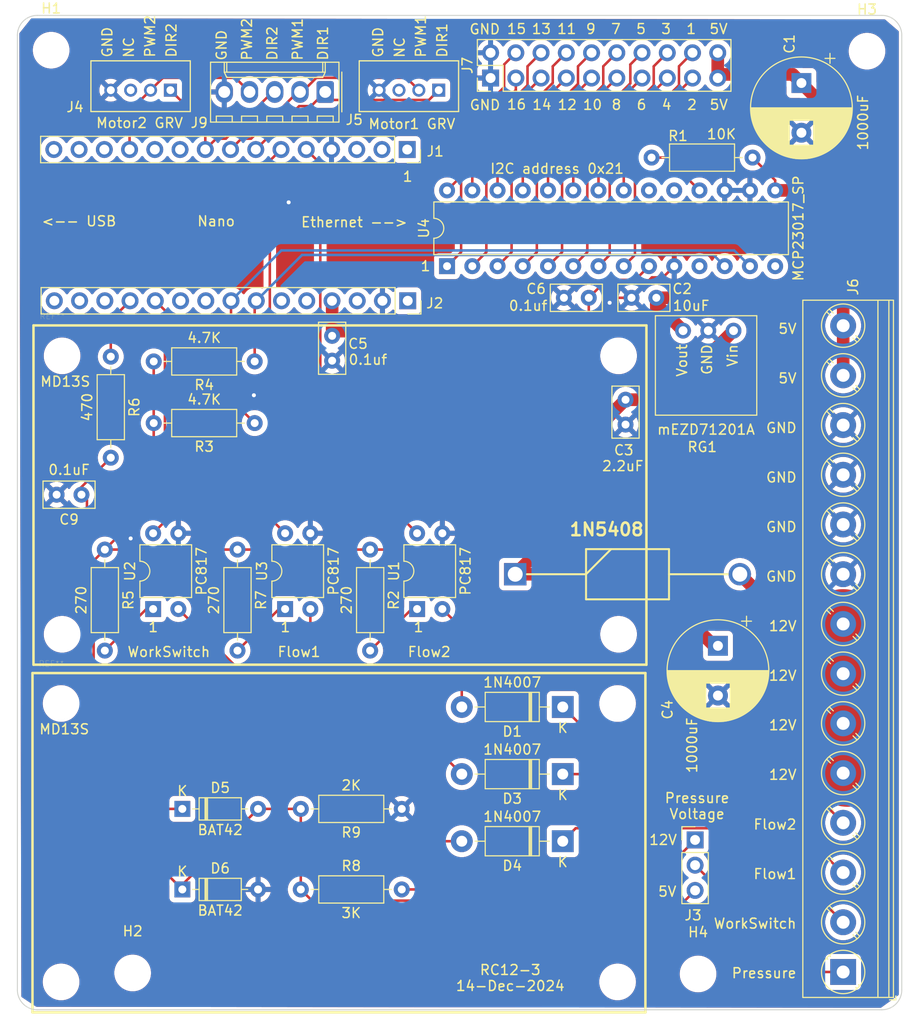
<source format=kicad_pcb>
(kicad_pcb (version 20241229) (generator "pcbnew") (generator_version "9.0")
  (title_block (title "RC12-3") (date "2024-12-11"))
  (layers (0 "F.Cu" signal) (2 "B.Cu" signal) (13 "F.Paste" user) (15 "B.Paste" user) (5 "F.SilkS" user "F.Silkscreen") (7 "B.SilkS" user "B.Silkscreen") (1 "F.Mask" user) (3 "B.Mask" user) (25 "Edge.Cuts" user))
  (net 0 "")
  (net 1 "GND")
  (net 2 "Net-(J1-Pin_7)")
  (net 3 "Net-(J1-Pin_8)")
  (net 4 "+5V")
  (net 5 "+12V")
  (net 9 "Net-(J1-Pin_9)")
  (net 10 "Flow Pin2")
  (net 11 "Net-(J1-Pin_12)")
  (net 21 "Net-(J2-Pin_7)")
  (net 22 "Net-(J2-Pin_8)")
  (net 25 "Flow Pin1")
  (net 29 "WorkSwitch")
  (net 30 "Flow Sensor1")
  (net 31 "Flow Sensor2")
  (net 32 "Net-(R2-Pad2)")
  (net 33 "Net-(D1-A)")
  (net 34 "Net-(D3-A)")
  (net 35 "Net-(R7-Pad2)")
  (net 36 "Net-(D4-A)")
  (net 37 "Net-(D2-K)")
  (net 38 "Net-(J7-Pin_3)")
  (net 39 "Net-(J7-Pin_4)")
  (net 40 "Net-(J7-Pin_5)")
  (net 41 "Net-(J7-Pin_6)")
  (net 42 "Net-(J7-Pin_7)")
  (net 43 "Net-(J7-Pin_8)")
  (net 44 "Net-(J7-Pin_9)")
  (net 45 "Net-(J7-Pin_10)")
  (net 46 "Net-(J7-Pin_11)")
  (net 47 "Net-(J7-Pin_12)")
  (net 48 "Net-(J7-Pin_13)")
  (net 49 "Net-(J7-Pin_14)")
  (net 50 "Net-(J7-Pin_15)")
  (net 51 "Net-(J7-Pin_16)")
  (net 52 "Net-(J7-Pin_17)")
  (net 53 "Net-(J7-Pin_18)")
  (net 54 "Net-(U4-~{RESET})")
  (net 59 "PressurePin")
  (net 60 "WorkSwitchPin")
  (net 61 "Net-(R5-Pad2)")
  (net 62 "Net-(D5-A)")
  (net 63 "PressureSensor")
  (net 64 "Net-(J3-Pin_1)")
  (footprint "RC12-3:PinSocket_1x15_P2.54mm_Vertical" (layer "F.Cu") (at 64.28 48.7 -90)
    (property "Reference" "J2")
    (property "Value" "Conn_01x15_Female")
  )
  (footprint "RC12-3:C_Disc_D5.0mm_W2.5mm_P2.50mm" (layer "F.Cu") (at 86.2 58.65 -90)
    (property "Reference" "C3")
    (property "Value" "2.2uF")
  )
  (footprint "RC12-3:R_Axial_DIN0207_L6.3mm_D2.5mm_P10.16mm_Horizontal" (layer "F.Cu") (at 33.8 73.72 -90)
    (property "Reference" "R5")
    (property "Value" "270")
  )
  (footprint "RC12-3:Molex_KK-254_AE-6410-05A_1x05_P2.54mm_Vertical" (layer "F.Cu") (at 55.98 27.7 180)
    (property "Reference" "J9")
    (property "Value" "Conn_01x05")
  )
  (footprint "RC12-3:DIP-4_W7.62mm" (layer "F.Cu") (at 38.66 79.7 90)
    (property "Reference" "U2")
    (property "Value" "PC817")
  )
  (footprint "RC12-3:Grove" (layer "F.Cu") (at 37.4 27.52 180)
    (property "Reference" "J4")
    (property "Value" "Motor2 GRV")
  )
  (footprint "RC12-3:PinSocket_1x15_P2.54mm_Vertical" (layer "F.Cu") (at 64.23 33.49 -90)
    (property "Reference" "J1")
    (property "Value" "Conn_01x15_Female")
  )
  (footprint "RC12-3:R_Axial_DIN0207_L6.3mm_D2.5mm_P10.16mm_Horizontal" (layer "F.Cu") (at 47.15 73.72 -90)
    (property "Reference" "R7")
    (property "Value" "270")
  )
  (footprint "RC12-3:PinHeader_2x10_P2.54mm_Vertical" (layer "F.Cu") (at 72.62 26.3 90)
    (property "Reference" "J7")
    (property "Value" "Relay")
  )
  (footprint "RC12-3:TerminalBlock_Phoenix_PT-1,5-14-5.0-H_1x14_P5.00mm_Horizontal" (layer "F.Cu") (at 108.1 116.2 90)
    (property "Reference" "J6")
    (property "Value" "Screw_Terminal_01x14")
  )
  (footprint "RC12-3:CP_Radial_D10.0mm_P5.00mm" (layer "F.Cu") (at 95.5 83.4 -90)
    (property "Reference" "C4")
    (property "Value" "1000uF")
  )
  (footprint "RC12-3:C_Disc_D5.0mm_W2.5mm_P2.50mm" (layer "F.Cu") (at 80 48.4)
    (property "Reference" "C6")
    (property "Value" "0.1uf")
  )
  (footprint "RC12-3:D_DO-35_SOD27_P7.62mm_Horizontal" (layer "F.Cu") (at 41.6 99.8)
    (property "Reference" "D5")
    (property "Value" "BAT42")
  )
  (footprint "RC12-3:DIP-28_W7.62mm" (layer "F.Cu") (at 68.24 45.22 90)
    (property "Reference" "U4")
    (property "Value" "MCP23017_SP")
  )
  (footprint "RC12-3:DIP-4_W7.62mm" (layer "F.Cu") (at 51.9425 79.7 90)
    (property "Reference" "U3")
    (property "Value" "PC817")
  )
  (footprint "RC12-3:1N5408" (layer "F.Cu") (at 75.1 76.2)
    (property "Reference" "D2" (hide yes))
    (property "Value" "1N5408")
  )
  (footprint "RC12-3:CP_Radial_D10.0mm_P5.00mm" (layer "F.Cu") (at 103.9 26.8 -90)
    (property "Reference" "C1")
    (property "Value" "1000uF")
  )
  (footprint "RC12-3:D_DO-41_SOD81_P10.16mm_Horizontal" (layer "F.Cu") (at 79.88 89.55 180)
    (property "Reference" "D1")
    (property "Value" "1N4007")
  )
  (footprint "RC12-3:C_Disc_D5.0mm_W2.5mm_P2.50mm" (layer "F.Cu") (at 31.45 68.2 180)
    (property "Reference" "C9")
    (property "Value" "0.1uF")
  )
  (footprint "RC12-3:R_Axial_DIN0207_L6.3mm_D2.5mm_P10.16mm_Horizontal" (layer "F.Cu") (at 60.5 73.72 -90)
    (property "Reference" "R2")
    (property "Value" "270")
  )
  (footprint "RC12-3:R_Axial_DIN0207_L6.3mm_D2.5mm_P10.16mm_Horizontal" (layer "F.Cu") (at 48.88 54.8 180)
    (property "Reference" "R4")
    (property "Value" "4.7K")
  )
  (footprint "RC12-3:C_Disc_D5.0mm_W2.5mm_P2.50mm" (layer "F.Cu") (at 89.3 48.4 180)
    (property "Reference" "C2")
    (property "Value" "10uF")
  )
  (footprint "RC12-3:MountingHole_3.2mm_M3" (layer "F.Cu") (at 36.6 116.3)
    (property "Reference" "H2")
    (property "Value" "MountingHole")
  )
  (footprint "RC12-3:C_Disc_D5.0mm_W2.5mm_P2.50mm" (layer "F.Cu") (at 56.675 54.725 90)
    (property "Reference" "C5")
    (property "Value" "0.1uf")
  )
  (footprint "RC12-3:MountingHole_3.2mm_M3" (layer "F.Cu") (at 93.5 116.4)
    (property "Reference" "H4")
    (property "Value" "MountingHole")
  )
  (footprint "RC12-3:D_DO-41_SOD81_P10.16mm_Horizontal" (layer "F.Cu") (at 79.88 96.3 180)
    (property "Reference" "D3")
    (property "Value" "1N4007")
  )
  (footprint "RC12-3:R_Axial_DIN0207_L6.3mm_D2.5mm_P10.16mm_Horizontal" (layer "F.Cu") (at 34.4 54.32 -90)
    (property "Reference" "R6")
    (property "Value" "470")
  )
  (footprint "RC12-3:PinHeader_1x03_P2.54mm_Vertical" (layer "F.Cu") (at 93.2 102.92)
    (property "Reference" "J3")
    (property "Value" "Pressure")
  )
  (footprint "RC12-3:D_DO-35_SOD27_P7.62mm_Horizontal" (layer "F.Cu") (at 41.6 107.9)
    (property "Reference" "D6")
    (property "Value" "BAT42")
  )
  (footprint "RC12-3:R_Axial_DIN0207_L6.3mm_D2.5mm_P10.16mm_Horizontal" (layer "F.Cu") (at 98.98 34.3 180)
    (property "Reference" "R1")
    (property "Value" "10K")
  )
  (footprint "RC12-3:MountingHole_3.2mm_M3" (layer "F.Cu") (at 110.5 23.6)
    (property "Reference" "H3")
    (property "Value" "MountingHole")
  )
  (footprint "RC12-3:Grove" (layer "F.Cu") (at 64.4 27.52 180)
    (property "Reference" "J5")
    (property "Value" "Motor1 GRV")
  )
  (footprint "RC12-3:R_Axial_DIN0207_L6.3mm_D2.5mm_P10.16mm_Horizontal" (layer "F.Cu") (at 53.52 107.9)
    (property "Reference" "R8")
    (property "Value" "3K")
  )
  (footprint "RC12-3:R_Axial_DIN0207_L6.3mm_D2.5mm_P10.16mm_Horizontal" (layer "F.Cu") (at 48.88 61 180)
    (property "Reference" "R3")
    (property "Value" "4.7K")
  )
  (footprint "RC12-3:MD13S_Outline2" (layer "F.Cu") (at 26.6215 85.2985)
    (property "Reference" "REF**")
    (property "Value" "MDD10A" (hide yes))
  )
  (footprint "RC12-3:mEZD71201A" (layer "F.Cu") (at 99.405 60.205 180)
    (property "Reference" "RG1")
    (property "Value" "mEZD71201A")
  )
  (footprint "RC12-3:R_Axial_DIN0207_L6.3mm_D2.5mm_P10.16mm_Horizontal" (layer "F.Cu") (at 63.68 99.8 180)
    (property "Reference" "R9")
    (property "Value" "2K")
  )
  (footprint "RC12-3:MD13S_Outline2" (layer "F.Cu") (at 26.52 120.26)
    (property "Reference" "REF**")
    (property "Value" "MDD10A" (hide yes))
  )
  (footprint "RC12-3:D_DO-41_SOD81_P10.16mm_Horizontal" (layer "F.Cu") (at 79.88 103.05 180)
    (property "Reference" "D4")
    (property "Value" "1N4007")
  )
  (footprint "RC12-3:DIP-4_W7.62mm" (layer "F.Cu") (at 65.225 79.7 90)
    (property "Reference" "U1")
    (property "Value" "PC817")
  )
  (footprint "RC12-3:MountingHole_3.2mm_M3" (layer "F.Cu") (at 28.4 23.5)
    (property "Reference" "H1")
    (property "Value" "MountingHole")
  )
  (gr_line (start 25 118) (end 25 22) (stroke (width 0.1)) (layer "Edge.Cuts"))
  (gr_arc (start 27 120) (mid 25.585786 119.414214) (end 25 118) (stroke (width 0.1)) (layer "Edge.Cuts"))
  (gr_arc (start 114 118) (mid 113.414214 119.414214) (end 112 120) (stroke (width 0.1)) (layer "Edge.Cuts"))
  (gr_line (start 114 118) (end 114 22) (stroke (width 0.1)) (layer "Edge.Cuts"))
  (gr_arc (start 25 22) (mid 25.585786 20.585786) (end 27 20) (stroke (width 0.1)) (layer "Edge.Cuts"))
  (gr_line (start 112 120) (end 27 120) (stroke (width 0.1)) (layer "Edge.Cuts"))
  (gr_line (start 112 20) (end 27 20) (stroke (width 0.1)) (layer "Edge.Cuts"))
  (gr_arc (start 112 20) (mid 113.414214 20.585786) (end 114 22) (stroke (width 0.1)) (layer "Edge.Cuts"))
  (gr_text "Nano" (at 45 40.7 0) (layer "F.SilkS") (effects (font (size 1 1))))
  (gr_text "PWM2\n" (at 38.35 22.095238 90) (layer "F.SilkS") (effects (font (size 1 1))))
  (gr_text "PWM2\n" (at 48.1 22.4 90) (layer "F.SilkS") (effects (font (size 1 1))))
  (gr_text "Flow1" (at 98.994047 106.933394 0) (layer "F.SilkS") (effects (font (size 1 1)) (justify left bottom)))
  (gr_text "15" (at 74.185 21.95 0) (layer "F.SilkS") (effects (font (size 1 1)) (justify left bottom)))
  (gr_text "GND" (at 70.435 29.6 0) (layer "F.SilkS") (effects (font (size 1 1)) (justify left bottom)))
  (gr_text "DIR2\n" (at 40.5 22.5 90) (layer "F.SilkS") (effects (font (size 1 1))))
  (gr_text "12V" (at 102.023809 81.415129 0) (layer "F.SilkS") (effects (font (size 1 1))))
  (gr_text "1" (at 65.5 45.8 0) (layer "F.SilkS") (effects (font (size 1 1)) (justify left bottom)))
  (gr_text "GND" (at 101.880952 76.431826 0) (layer "F.SilkS") (effects (font (size 1 1))))
  (gr_text "5V" (at 94.585 29.575 0) (layer "F.SilkS") (effects (font (size 1 1)) (justify left bottom)))
  (gr_text "8" (at 84.71 29.575 0) (layer "F.SilkS") (effects (font (size 1 1)) (justify left bottom)))
  (gr_text "1" (at 92.235 21.95 0) (layer "F.SilkS") (effects (font (size 1 1)) (justify left bottom)))
  (gr_text "PWM1\n" (at 65.6 22.1 90) (layer "F.SilkS") (effects (font (size 1 1))))
  (gr_text "1" (at 63.7 36.8 0) (layer "F.SilkS") (effects (font (size 1 1)) (justify left bottom)))
  (gr_text "1" (at 51.4 82.1 0) (layer "F.SilkS") (effects (font (size 1 1)) (justify left bottom)))
  (gr_text "12V" (at 102.023809 86.398432 0) (layer "F.SilkS") (effects (font (size 1 1))))
  (gr_text "13" (at 76.685 21.95 0) (layer "F.SilkS") (effects (font (size 1 1)) (justify left bottom)))
  (gr_text "Pressure" (at 96.80357 116.9 0) (layer "F.SilkS") (effects (font (size 1 1)) (justify left bottom)))
  (gr_text "12V" (at 88.5 103.5 0) (layer "F.SilkS") (effects (font (size 1 1)) (justify left bottom)))
  (gr_text "5V" (at 94.56 21.95 0) (layer "F.SilkS") (effects (font (size 1 1)) (justify left bottom)))
  (gr_text "4" (at 89.76 29.575 0) (layer "F.SilkS") (effects (font (size 1 1)) (justify left bottom)))
  (gr_text "PWM1\n" (at 53.2 22.4 90) (layer "F.SilkS") (effects (font (size 1 1))))
  (gr_text "GND" (at 101.880952 66.46522 0) (layer "F.SilkS") (effects (font (size 1 1))))
  (gr_text "WorkSwitch" (at 94.994047 111.916697 0) (layer "F.SilkS") (effects (font (size 1 1)) (justify left bottom)))
  (gr_text "12V" (at 102.023809 91.381735 0) (layer "F.SilkS") (effects (font (size 1 1))))
  (gr_text "6" (at 87.235 29.575 0) (layer "F.SilkS") (effects (font (size 1 1)) (justify left bottom)))
  (gr_text "5V" (at 102.5 51.515311 0) (layer "F.SilkS") (effects (font (size 1 1))))
  (gr_text "12V" (at 102.023809 96.365038 0) (layer "F.SilkS") (effects (font (size 1 1))))
  (gr_text "5V" (at 102.5 56.498614 0) (layer "F.SilkS") (effects (font (size 1 1))))
  (gr_text "11" (at 79.235 21.95 0) (layer "F.SilkS") (effects (font (size 1 1)) (justify left bottom)))
  (gr_text "1" (at 64.8 82.1 0) (layer "F.SilkS") (effects (font (size 1 1)) (justify left bottom)))
  (gr_text "Flow2" (at 64.2 84.6 0) (layer "F.SilkS") (effects (font (size 1 1)) (justify left bottom)))
  (gr_text "14" (at 76.735 29.575 0) (layer "F.SilkS") (effects (font (size 1 1)) (justify left bottom)))
  (gr_text "5" (at 87.185 21.95 0) (layer "F.SilkS") (effects (font (size 1 1)) (justify left bottom)))
  (gr_text "Ethernet -->" (at 58.9 40.8 0) (layer "F.SilkS") (effects (font (size 1 1))))
  (gr_text "5V" (at 89.4 108.7 0) (layer "F.SilkS") (effects (font (size 1 1)) (justify left bottom)))
  (gr_text "Flow2" (at 98.994047 101.950091 0) (layer "F.SilkS") (effects (font (size 1 1)) (justify left bottom)))
  (gr_text "NC" (at 64.05175 24.344047 90) (layer "F.SilkS") (effects (font (size 1 1)) (justify left bottom)))
  (gr_text "Flow1" (at 51.1 84.6 0) (layer "F.SilkS") (effects (font (size 1 1)) (justify left bottom)))
  (gr_text "WorkSwitch" (at 36 84.6 0) (layer "F.SilkS") (effects (font (size 1 1)) (justify left bottom)))
  (gr_text "RC12-3\n14-Dec-2024" (at 74.6 116.8 0) (layer "F.SilkS") (effects (font (size 1 1))))
  (gr_text "GND" (at 101.880952 71.448523 0) (layer "F.SilkS") (effects (font (size 1 1))))
  (gr_text "2" (at 92.31 29.575 0) (layer "F.SilkS") (effects (font (size 1 1)) (justify left bottom)))
  (gr_text "DIR1\n" (at 55.75 22.804762 90) (layer "F.SilkS") (effects (font (size 1 1))))
  (gr_text "12" (at 79.280833 29.575 0) (layer "F.SilkS") (effects (font (size 1 1)) (justify left bottom)))
  (gr_text "GND" (at 61.3 22.695238 90) (layer "F.SilkS") (effects (font (size 1 1))))
  (gr_text "3" (at 89.71 21.95 0) (layer "F.SilkS") (effects (font (size 1 1)) (justify left bottom)))
  (gr_text "<-- USB" (at 31.2 40.7 0) (layer "F.SilkS") (effects (font (size 1 1))))
  (gr_text "9" (at 82.135 21.95 0) (layer "F.SilkS") (effects (font (size 1 1)) (justify left bottom)))
  (gr_text "DIR1\n" (at 67.75 22.504762 90) (layer "F.SilkS") (effects (font (size 1 1))))
  (gr_text "GND" (at 45.55 22.995238 90) (layer "F.SilkS") (effects (font (size 1 1))))
  (gr_text "10" (at 81.826666 29.575 0) (layer "F.SilkS") (effects (font (size 1 1)) (justify left bottom)))
  (gr_text "1" (at 38.1 82.1 0) (layer "F.SilkS") (effects (font (size 1 1)) (justify left bottom)))
  (gr_text "7" (at 84.66 21.95 0) (layer "F.SilkS") (effects (font (size 1 1)) (justify left bottom)))
  (gr_text "16" (at 74.185 29.55 0) (layer "F.SilkS") (effects (font (size 1 1)) (justify left bottom)))
  (gr_text "Pressure\nVoltage" (at 93.4 100.9 0) (layer "F.SilkS") (effects (font (size 1 1)) (justify bottom)))
  (gr_text "DIR2\n" (at 50.65 22.804762 90) (layer "F.SilkS") (effects (font (size 1 1))))
  (gr_text "I2C address 0x21" (at 72.5 36 0) (layer "F.SilkS") (effects (font (size 1 1)) (justify left bottom)))
  (gr_text "NC" (at 36.80175 24.339285 90) (layer "F.SilkS") (effects (font (size 1 1)) (justify left bottom)))
  (gr_text "GND" (at 101.880952 61.481917 0) (layer "F.SilkS") (effects (font (size 1 1))))
  (gr_text "GND" (at 34.05 22.690476 90) (layer "F.SilkS") (effects (font (size 1 1))))
  (gr_text "GND" (at 70.41 21.975 0) (layer "F.SilkS") (effects (font (size 1 1)) (justify left bottom)))
  (segment (start 85.1 48.4) (end 84.6 48.9) (width 0.254) (layer "F.Cu") (net 1))
  (segment (start 88.853 46.347) (end 89.973 46.347) (width 0.254) (layer "F.Cu") (net 1))
  (segment (start 86.8 48.4) (end 85.1 48.4) (width 0.254) (layer "F.Cu") (net 1))
  (segment (start 86.8 48.4) (end 88.853 46.347) (width 0.254) (layer "F.Cu") (net 1))
  (segment (start 89.973 46.347) (end 91.1 45.22) (width 0.254) (layer "F.Cu") (net 1))
  (via (at 52.3 38.8) (size 0.8) (drill 0.4) (layers "F.Cu" "B.Cu") (net 1))
  (via (at 48.8 58.2) (size 0.8) (drill 0.4) (layers "F.Cu" "B.Cu") (net 1))
  (via (at 36.4 72.6) (size 0.8) (drill 0.4) (layers "F.Cu" "B.Cu") (net 1))
  (via (at 84.6 48.9) (size 0.8) (drill 0.4) (layers "F.Cu" "B.Cu") (net 1))
  (segment (start 53.358 29.122) (end 48.99 33.49) (width 0.254) (layer "F.Cu") (net 2))
  (segment (start 56.781 28.501) (end 66.419 28.501) (width 0.254) (layer "F.Cu") (net 2))
  (segment (start 66.419 28.501) (end 67.4 27.52) (width 0.254) (layer "F.Cu") (net 2))
  (segment (start 55.98 27.7) (end 56.781 28.501) (width 0.254) (layer "F.Cu") (net 2))
  (segment (start 54.558 29.122) (end 53.358 29.122) (width 0.254) (layer "F.Cu") (net 2))
  (segment (start 55.98 27.7) (end 54.558 29.122) (width 0.254) (layer "F.Cu") (net 2))
  (segment (start 53.44 27.7) (end 53.665 27.7) (width 0.254) (layer "F.Cu") (net 3))
  (segment (start 53.44 27.7) (end 53.215 27.7) (width 0.254) (layer "F.Cu") (net 3))
  (segment (start 48.515 32.4) (end 47.54 32.4) (width 0.254) (layer "F.Cu") (net 3))
  (segment (start 64.158 26.278) (end 65.4 27.52) (width 0.254) (layer "F.Cu") (net 3))
  (segment (start 47.54 32.4) (end 46.45 33.49) (width 0.254) (layer "F.Cu") (net 3))
  (segment (start 55.087 26.278) (end 64.158 26.278) (width 0.254) (layer "F.Cu") (net 3))
  (segment (start 53.215 27.7) (end 48.515 32.4) (width 0.254) (layer "F.Cu") (net 3))
  (segment (start 53.665 27.7) (end 55.087 26.278) (width 0.254) (layer "F.Cu") (net 3))
  (segment (start 101.26 36.58) (end 101.26 37.6) (width 0.254) (layer "F.Cu") (net 4))
  (segment (start 77.4 67.4) (end 77.4 51.7535) (width 0.254) (layer "F.Cu") (net 4))
  (segment (start 103.032323 25.932323) (end 95.847677 25.932323) (width 1.27) (layer "F.Cu") (net 4))
  (segment (start 108.1 51.2) (end 108.1 48.3) (width 1.27) (layer "F.Cu") (net 4))
  (segment (start 108.1 51.2) (end 108.1 56.2) (width 1.27) (layer "F.Cu") (net 4))
  (segment (start 32.673 92.873) (end 32.673 74.847) (width 0.254) (layer "F.Cu") (net 4))
  (segment (start 103.9 26.832323) (end 103.9 26.8) (width 1.27) (layer "F.Cu") (net 4))
  (segment (start 71.08 73.72) (end 77.4 67.4) (width 0.254) (layer "F.Cu") (net 4))
  (segment (start 39.6 99.8) (end 32.673 92.873) (width 0.254) (layer "F.Cu") (net 4))
  (segment (start 41.6 99.8) (end 39.6 99.8) (width 0.254) (layer "F.Cu") (net 4))
  (segment (start 84.3 46.6) (end 87.18 46.6) (width 0.254) (layer "F.Cu") (net 4))
  (segment (start 56.675 52.225) (end 56.675 48.715) (width 1.27) (layer "F.Cu") (net 4))
  (segment (start 98.98 34.3) (end 101.26 36.58) (width 0.254) (layer "F.Cu") (net 4))
  (segment (start 82.5 48.4) (end 84.3 46.6) (width 0.254) (layer "F.Cu") (net 4))
  (segment (start 77.4 51.7535) (end 82.4 51.7535) (width 1.27) (layer "F.Cu") (net 4))
  (segment (start 38.72 68.8) (end 33.8 73.72) (width 0.254) (layer "F.Cu") (net 4))
  (segment (start 82.5 48.4) (end 82.5 51.6535) (width 0.254) (layer "F.Cu") (net 4))
  (segment (start 47.15 73.72) (end 60.5 73.72) (width 0.254) (layer "F.Cu") (net 4))
  (segment (start 101.26 37.6) (end 107.9 37.6) (width 1.27) (layer "F.Cu") (net 4))
  (segment (start 38.72 54.8) (end 38.72 61) (width 0.254) (layer "F.Cu") (net 4))
  (segment (start 56.675 48.715) (end 56.66 48.7) (width 1.27) (layer "F.Cu") (net 4))
  (segment (start 95.847677 25.932323) (end 95.48 26.3) (width 1.27) (layer "F.Cu") (net 4))
  (segment (start 87.5465 51.7535) (end 89.3 50) (width 1.27) (layer "F.Cu") (net 4))
  (segment (start 89.3 48.4) (end 108 48.4) (width 1.27) (layer "F.Cu") (net 4))
  (segment (start 108 48.4) (end 108.1 48.3) (width 1.27) (layer "F.Cu") (net 4))
  (segment (start 87.18 46.6) (end 88.56 45.22) (width 0.254) (layer "F.Cu") (net 4))
  (segment (start 32.673 74.847) (end 33.8 73.72) (width 0.254) (layer "F.Cu") (net 4))
  (segment (start 56.675 52.225) (end 57.1465 51.7535) (width 1.27) (layer "F.Cu") (net 4))
  (segment (start 82.5 51.6535) (end 82.4 51.7535) (width 0.254) (layer "F.Cu") (net 4))
  (segment (start 38.72 61) (end 38.72 68.8) (width 0.254) (layer "F.Cu") (net 4))
  (segment (start 89.3 49.0168) (end 91.9882 51.705) (width 1.27) (layer "F.Cu") (net 4))
  (segment (start 82.4 51.7535) (end 87.5465 51.7535) (width 1.27) (layer "F.Cu") (net 4))
  (segment (start 95.48 26.3) (end 95.48 23.76) (width 1.27) (layer "F.Cu") (net 4))
  (segment (start 108.1 31.032323) (end 103.9 26.832323) (width 1.27) (layer "F.Cu") (net 4))
  (segment (start 57.1465 51.7535) (end 77.4 51.7535) (width 1.27) (layer "F.Cu") (net 4))
  (segment (start 33.8 73.72) (end 47.15 73.72) (width 0.254) (layer "F.Cu") (net 4))
  (segment (start 89.3 48.4) (end 89.3 49.0168) (width 1.27) (layer "F.Cu") (net 4))
  (segment (start 60.5 73.72) (end 71.08 73.72) (width 0.254) (layer "F.Cu") (net 4))
  (segment (start 103.9 26.8) (end 103.032323 25.932323) (width 1.27) (layer "F.Cu") (net 4))
  (segment (start 107.9 37.6) (end 108.1 37.8) (width 1.27) (layer "F.Cu") (net 4))
  (segment (start 89.3 50) (end 89.3 48.4) (width 1.27) (layer "F.Cu") (net 4))
  (segment (start 108.1 37.8) (end 108.1 31.032323) (width 1.27) (layer "F.Cu") (net 4))
  (segment (start 108.1 48.3) (end 108.1 37.8) (width 1.27) (layer "F.Cu") (net 4))
  (segment (start 108.1 91.2) (end 108.1 95.349398) (width 7.62) (layer "F.Cu") (net 5))
  (segment (start 102.7 81.2) (end 97.7 76.2) (width 1.27) (layer "F.Cu") (net 5))
  (segment (start 108.1 86.2) (end 108.1 91.2) (width 7.62) (layer "F.Cu") (net 5))
  (segment (start 108.1 86.2) (end 108.1 81.51) (width 7.62) (layer "F.Cu") (net 5))
  (segment (start 108.1 95.349398) (end 108.525301 95.774699) (width 7.62) (layer "F.Cu") (net 5))
  (segment (start 108.1 81.2) (end 102.7 81.2) (width 1.27) (layer "F.Cu") (net 5))
  (segment (start 45 32.4) (end 43.91 33.49) (width 0.254) (layer "F.Cu") (net 9))
  (segment (start 43.91 31.03) (end 40.4 27.52) (width 0.254) (layer "F.Cu") (net 9))
  (segment (start 50.9 27.7) (end 50.675 27.7) (width 0.254) (layer "F.Cu") (net 9))
  (segment (start 43.91 33.49) (end 43.91 31.03) (width 0.254) (layer "F.Cu") (net 9))
  (segment (start 45.975 32.4) (end 45 32.4) (width 0.254) (layer "F.Cu") (net 9))
  (segment (start 50.675 27.7) (end 45.975 32.4) (width 0.254) (layer "F.Cu") (net 9))
  (segment (start 65.225 72.08) (end 55.483 62.338) (width 0.254) (layer "F.Cu") (net 10))
  (segment (start 55.483 62.338) (end 55.483 34.903) (width 0.254) (layer "F.Cu") (net 10))
  (segment (start 55.483 34.903) (end 54.07 33.49) (width 0.254) (layer "F.Cu") (net 10))
  (segment (start 39.642 26.278) (end 38.4 27.52) (width 0.254) (layer "F.Cu") (net 11))
  (segment (start 36.29 33.49) (end 36.29 29.63) (width 0.254) (layer "F.Cu") (net 11))
  (segment (start 46.938 26.278) (end 39.642 26.278) (width 0.254) (layer "F.Cu") (net 11))
  (segment (start 48.36 27.7) (end 46.938 26.278) (width 0.254) (layer "F.Cu") (net 11))
  (segment (start 36.29 29.63) (end 38.4 27.52) (width 0.254) (layer "F.Cu") (net 11))
  (segment (start 48.88 48.86) (end 49.04 48.7) (width 0.254) (layer "F.Cu") (net 21))
  (segment (start 48.88 54.8) (end 48.88 48.86) (width 0.254) (layer "F.Cu") (net 21))
  (segment (start 96.18 45.22) (end 95.053 44.093) (width 0.254) (layer "B.Cu") (net 21))
  (segment (start 95.053 44.093) (end 53.647 44.093) (width 0.254) (layer "B.Cu") (net 21))
  (segment (start 53.647 44.093) (end 49.04 48.7) (width 0.254) (layer "B.Cu") (net 21))
  (segment (start 48.88 61) (end 46.5 58.62) (width 0.254) (layer "F.Cu") (net 22))
  (segment (start 46.5 58.62) (end 46.5 48.7) (width 0.254) (layer "F.Cu") (net 22))
  (segment (start 98.72 45.22) (end 97.139 43.639) (width 0.254) (layer "B.Cu") (net 22))
  (segment (start 51.561 43.639) (end 46.5 48.7) (width 0.254) (layer "B.Cu") (net 22))
  (segment (start 97.139 43.639) (end 51.561 43.639) (width 0.254) (layer "B.Cu") (net 22))
  (segment (start 51.9425 72.08) (end 50.403 70.5405) (width 0.254) (layer "F.Cu") (net 25))
  (segment (start 50.403 34.617) (end 51.53 33.49) (width 0.254) (layer "F.Cu") (net 25))
  (segment (start 50.403 70.5405) (end 50.403 34.617) (width 0.254) (layer "F.Cu") (net 25))
  (segment (start 98.643 101.743) (end 81.187 101.743) (width 0.254) (layer "F.Cu") (net 29))
  (segment (start 81.187 101.743) (end 79.88 103.05) (width 0.254) (layer "F.Cu") (net 29))
  (segment (start 108.1 111.2) (end 98.643 101.743) (width 0.254) (layer "F.Cu") (net 29))
  (segment (start 98.1 96.3) (end 79.88 96.3) (width 0.254) (layer "F.Cu") (net 30))
  (segment (start 108.1 106.2) (end 108 106.2) (width 0.254) (layer "F.Cu") (net 30))
  (segment (start 108 106.2) (end 98.1 96.3) (width 0.254) (layer "F.Cu") (net 30))
  (segment (start 81.507 91.177) (end 79.88 89.55) (width 0.254) (layer "F.Cu") (net 31))
  (segment (start 98.077 91.177) (end 81.507 91.177) (width 0.254) (layer "F.Cu") (net 31))
  (segment (start 108.1 101.2) (end 98.077 91.177) (width 0.254) (layer "F.Cu") (net 31))
  (segment (start 64.68 79.7) (end 65.225 79.7) (width 0.254) (layer "F.Cu") (net 32))
  (segment (start 60.5 83.88) (end 64.68 79.7) (width 0.254) (layer "F.Cu") (net 32))
  (segment (start 69.72 89.55) (end 69.72 81.655) (width 0.254) (layer "F.Cu") (net 33))
  (segment (start 69.72 81.655) (end 67.765 79.7) (width 0.254) (layer "F.Cu") (net 33))
  (segment (start 54.4825 81.0625) (end 54.4825 79.7) (width 0.254) (layer "F.Cu") (net 34))
  (segment (start 69.72 96.3) (end 54.4825 81.0625) (width 0.254) (layer "F.Cu") (net 34))
  (segment (start 51.33 79.7) (end 51.9425 79.7) (width 0.254) (layer "F.Cu") (net 35))
  (segment (start 47.15 83.88) (end 51.33 79.7) (width 0.254) (layer "F.Cu") (net 35))
  (segment (start 64.55 103.05) (end 41.2 79.7) (width 0.254) (layer "F.Cu") (net 36))
  (segment (start 69.72 103.05) (end 64.55 103.05) (width 0.254) (layer "F.Cu") (net 36))
  (segment (start 95.1 83.4) (end 95.5 83.4) (width 1.27) (layer "F.Cu") (net 37))
  (segment (start 90.1232 58.65) (end 97.0682 51.705) (width 1.27) (layer "F.Cu") (net 37))
  (segment (start 75.1 76.2) (end 87.9 76.2) (width 1.27) (layer "F.Cu") (net 37))
  (segment (start 81.3 70) (end 81.3 63.55) (width 1.27) (layer "F.Cu") (net 37))
  (segment (start 86.2 58.65) (end 90.1232 58.65) (width 1.27) (layer "F.Cu") (net 37))
  (segment (start 81.3 63.55) (end 86.2 58.65) (width 1.27) (layer "F.Cu") (net 37))
  (segment (start 75.1 76.2) (end 81.3 70) (width 1.27) (layer "F.Cu") (net 37))
  (segment (start 87.9 76.2) (end 95.1 83.4) (width 1.27) (layer "F.Cu") (net 37))
  (segment (start 75.16 26.3) (end 75.16 27.502081) (width 0.254) (layer "F.Cu") (net 38))
  (segment (start 75.16 27.502081) (end 69.653 33.009081) (width 0.254) (layer "F.Cu") (net 38))
  (segment (start 69.653 43.807) (end 68.24 45.22) (width 0.254) (layer "F.Cu") (net 38))
  (segment (start 69.653 33.009081) (end 69.653 43.807) (width 0.254) (layer "F.Cu") (net 38))
  (segment (start 69.2 32) (end 69.199 32) (width 0.254) (layer "F.Cu") (net 39))
  (segment (start 75.16 23.76) (end 73.983 24.937) (width 0.254) (layer "F.Cu") (net 39))
  (segment (start 73.983 24.937) (end 73.983 27.183) (width 0.254) (layer "F.Cu") (net 39))
  (segment (start 73.983 27.183) (end 74 27.2) (width 0.254) (layer "F.Cu") (net 39))
  (segment (start 69.199 32) (end 69.199 36.641) (width 0.254) (layer "F.Cu") (net 39))
  (segment (start 69.199 36.641) (end 68.24 37.6) (width 0.254) (layer "F.Cu") (net 39))
  (segment (start 74 27.2) (end 69.2 32) (width 0.254) (layer "F.Cu") (net 39))
  (segment (start 72.193 31.807) (end 72.193 43.807) (width 0.254) (layer "F.Cu") (net 40))
  (segment (start 72.193 43.807) (end 70.78 45.22) (width 0.254) (layer "F.Cu") (net 40))
  (segment (start 77.7 26.3) (end 72.193 31.807) (width 0.254) (layer "F.Cu") (net 40))
  (segment (start 76.337 27.020948) (end 70.78 32.577948) (width 0.254) (layer "F.Cu") (net 41))
  (segment (start 70.78 32.577948) (end 70.78 37.6) (width 0.254) (layer "F.Cu") (net 41))
  (segment (start 76.337 25.123) (end 76.337 27.020948) (width 0.254) (layer "F.Cu") (net 41))
  (segment (start 77.7 23.76) (end 76.337 25.123) (width 0.254) (layer "F.Cu") (net 41))
  (segment (start 80.24 26.3) (end 74.733 31.807) (width 0.254) (layer "F.Cu") (net 42))
  (segment (start 74.733 43.807) (end 73.32 45.22) (width 0.254) (layer "F.Cu") (net 42))
  (segment (start 74.733 31.807) (end 74.733 43.807) (width 0.254) (layer "F.Cu") (net 42))
  (segment (start 73.32 32.34453) (end 73.32 37.6) (width 0.254) (layer "F.Cu") (net 43))
  (segment (start 80.24 23.76) (end 78.877 25.123) (width 0.254) (layer "F.Cu") (net 43))
  (segment (start 78.877 25.123) (end 78.877 26.78753) (width 0.254) (layer "F.Cu") (net 43))
  (segment (start 78.877 26.78753) (end 73.32 32.34453) (width 0.254) (layer "F.Cu") (net 43))
  (segment (start 77.273 31.807) (end 77.273 43.807) (width 0.254) (layer "F.Cu") (net 44))
  (segment (start 82.78 26.3) (end 77.273 31.807) (width 0.254) (layer "F.Cu") (net 44))
  (segment (start 77.273 43.807) (end 75.86 45.22) (width 0.254) (layer "F.Cu") (net 44))
  (segment (start 82.78 23.76) (end 81.417 25.123) (width 0.254) (layer "F.Cu") (net 45))
  (segment (start 81.417 25.123) (end 81.417 26.883) (width 0.254) (layer "F.Cu") (net 45))
  (segment (start 81.417 26.883) (end 75.86 32.44) (width 0.254) (layer "F.Cu") (net 45))
  (segment (start 75.86 32.44) (end 75.86 37.6) (width 0.254) (layer "F.Cu") (net 45))
  (segment (start 85.32 26.3) (end 79.813 31.807) (width 0.254) (layer "F.Cu") (net 46))
  (segment (start 79.813 31.807) (end 79.813 43.807) (width 0.254) (layer "F.Cu") (net 46))
  (segment (start 79.813 43.807) (end 78.4 45.22) (width 0.254) (layer "F.Cu") (net 46))
  (segment (start 83.957 27.020948) (end 78.4 32.577948) (width 0.254) (layer "F.Cu") (net 47))
  (segment (start 83.957 25.123) (end 83.957 27.020948) (width 0.254) (layer "F.Cu") (net 47))
  (segment (start 78.4 32.577948) (end 78.4 37.6) (width 0.254) (layer "F.Cu") (net 47))
  (segment (start 85.32 23.76) (end 83.957 25.123) (width 0.254) (layer "F.Cu") (net 47))
  (segment (start 87.86 26.3) (end 82.353 31.807) (width 0.254) (layer "F.Cu") (net 48))
  (segment (start 82.353 43.807) (end 80.94 45.22) (width 0.254) (layer "F.Cu") (net 48))
  (segment (start 82.353 31.807) (end 82.353 43.807) (width 0.254) (layer "F.Cu") (net 48))
  (segment (start 86.683 24.937) (end 86.683 26.834947) (width 0.254) (layer "F.Cu") (net 49))
  (segment (start 86.683 26.834947) (end 80.94 32.577947) (width 0.254) (layer "F.Cu") (net 49))
  (segment (start 80.94 32.577947) (end 80.94 37.6) (width 0.254) (layer "F.Cu") (net 49))
  (segment (start 87.86 23.76) (end 86.683 24.937) (width 0.254) (layer "F.Cu") (net 49))
  (segment (start 90.4 26.3) (end 84.607 32.093) (width 0.254) (layer "F.Cu") (net 50))
  (segment (start 84.607 32.093) (end 84.607 44.093) (width 0.254) (layer "F.Cu") (net 50))
  (segment (start 84.607 44.093) (end 83.48 45.22) (width 0.254) (layer "F.Cu") (net 50))
  (segment (start 90.4 23.76) (end 89.037 25.123) (width 0.254) (layer "F.Cu") (net 51))
  (segment (start 89.037 25.123) (end 89.037 27.020947) (width 0.254) (layer "F.Cu") (net 51))
  (segment (start 89.037 27.020947) (end 83.48 32.577947) (width 0.254) (layer "F.Cu") (net 51))
  (segment (start 83.48 32.577947) (end 83.48 37.6) (width 0.254) (layer "F.Cu") (net 51))
  (segment (start 87.147 32.24) (end 89.687 29.7) (width 0.254) (layer "F.Cu") (net 52))
  (segment (start 86.02 45.22) (end 87.147 44.093) (width 0.254) (layer "F.Cu") (net 52))
  (segment (start 89.687 29.7) (end 89.687 29.553) (width 0.254) (layer "F.Cu") (net 52))
  (segment (start 89.687 29.553) (end 92.94 26.3) (width 0.254) (layer "F.Cu") (net 52))
  (segment (start 87.147 44.093) (end 87.147 32.24) (width 0.254) (layer "F.Cu") (net 52))
  (segment (start 92.94 23.76) (end 91.577 25.123) (width 0.254) (layer "F.Cu") (net 53))
  (segment (start 91.577 27.020948) (end 86.02 32.577948) (width 0.254) (layer "F.Cu") (net 53))
  (segment (start 86.02 32.577948) (end 86.02 37.6) (width 0.254) (layer "F.Cu") (net 53))
  (segment (start 91.577 25.123) (end 91.577 27.020948) (width 0.254) (layer "F.Cu") (net 53))
  (segment (start 88.82 34.3) (end 90.34 34.3) (width 0.254) (layer "F.Cu") (net 54))
  (segment (start 90.34 34.3) (end 93.64 37.6) (width 0.254) (layer "F.Cu") (net 54))
  (segment (start 34.4 54.32) (end 34.4 50.64) (width 0.254) (layer "F.Cu") (net 59))
  (segment (start 34.4 50.64) (end 36.34 48.7) (width 0.254) (layer "F.Cu") (net 59))
  (segment (start 39.847 70.893) (end 38.66 72.08) (width 0.254) (layer "F.Cu") (net 60))
  (segment (start 38.88 48.7) (end 39.847 49.667) (width 0.254) (layer "F.Cu") (net 60))
  (segment (start 39.847 49.667) (end 39.847 70.893) (width 0.254) (layer "F.Cu") (net 60))
  (segment (start 33.8 83.88) (end 37.98 79.7) (width 0.254) (layer "F.Cu") (net 61))
  (segment (start 37.98 79.7) (end 38.66 79.7) (width 0.254) (layer "F.Cu") (net 61))
  (segment (start 93.2 108) (end 92.173 109.027) (width 0.254) (layer "F.Cu") (net 62))
  (segment (start 49.22 99.8) (end 41.6 107.42) (width 0.254) (layer "F.Cu") (net 62))
  (segment (start 53.52 107.9) (end 53.52 99.8) (width 0.254) (layer "F.Cu") (net 62))
  (segment (start 31.45 68.2) (end 32 68.75) (width 0.254) (layer "F.Cu") (net 62))
  (segment (start 53.52 99.8) (end 49.22 99.8) (width 0.254) (layer "F.Cu") (net 62))
  (segment (start 32 68.75) (end 32 98.3) (width 0.254) (layer "F.Cu") (net 62))
  (segment (start 92.173 109.027) (end 54.647 109.027) (width 0.254) (layer "F.Cu") (net 62))
  (segment (start 31.45 67.43) (end 31.45 68.2) (width 0.254) (layer "F.Cu") (net 62))
  (segment (start 54.647 109.027) (end 53.52 107.9) (width 0.254) (layer "F.Cu") (net 62))
  (segment (start 32 98.3) (end 41.6 107.9) (width 0.254) (layer "F.Cu") (net 62))
  (segment (start 34.4 64.48) (end 31.45 67.43) (width 0.254) (layer "F.Cu") (net 62))
  (segment (start 41.6 107.42) (end 41.6 107.9) (width 0.254) (layer "F.Cu") (net 62))
  (segment (start 108.1 116.2) (end 103.94 116.2) (width 0.254) (layer "F.Cu") (net 63))
  (segment (start 103.94 116.2) (end 93.2 105.46) (width 0.254) (layer "F.Cu") (net 63))
  (segment (start 93.2 102.92) (end 88.22 107.9) (width 0.254) (layer "F.Cu") (net 64))
  (segment (start 88.22 107.9) (end 63.68 107.9) (width 0.254) (layer "F.Cu") (net 64))
  (zone (net 1) (net_name "GND") (layers "F.Cu" "B.Cu") (connect_pads (clearance 0.508)) (min_thickness 0.25) (fill yes (thermal_gap 0.5) (thermal_bridge_width 0.5))
    (polygon (pts (xy 112.3 20.4) (xy 26.4 20.3) (xy 25.2 21.8) (xy 25.4 118.7) (xy 26.9 119.7) (xy 111.9 119.8) (xy 113.7 118.5) (xy 113.7 21.6)))
  )
)
</source>
